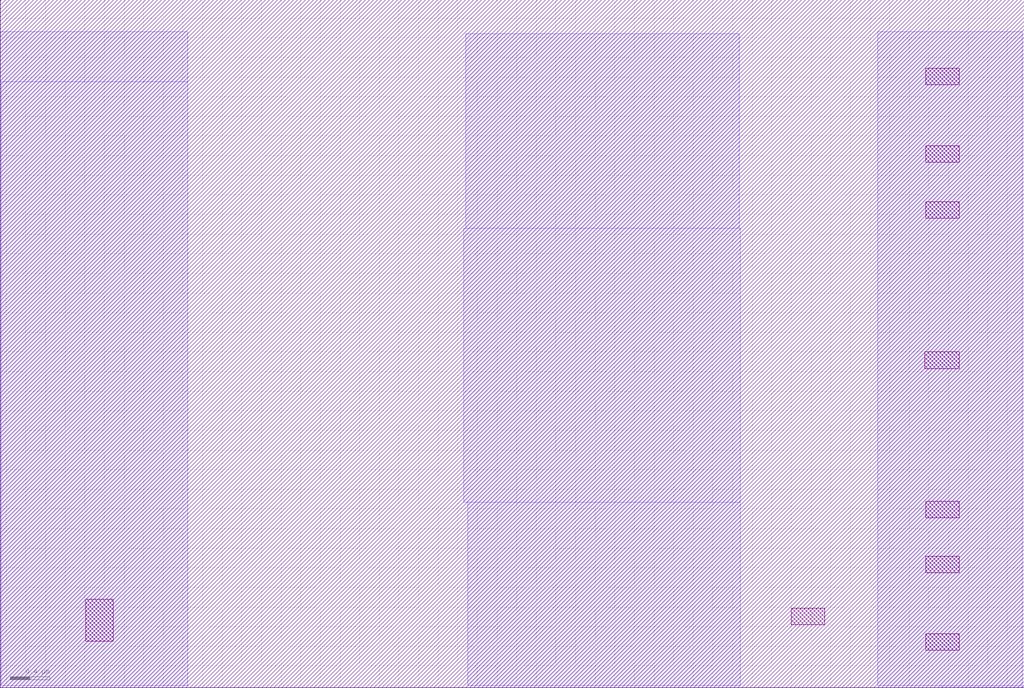
<source format=lef>
VERSION 5.7 ;
  NOWIREEXTENSIONATPIN ON ;
  DIVIDERCHAR "/" ;
  BUSBITCHARS "[]" ;
UNITS
  DATABASE MICRONS 200 ;
END UNITS

LAYER via2
  TYPE CUT ;
END via2

LAYER via
  TYPE CUT ;
END via

LAYER nwell
  TYPE MASTERSLICE ;
END nwell

LAYER via3
  TYPE CUT ;
END via3

LAYER pwell
  TYPE MASTERSLICE ;
END pwell

LAYER via4
  TYPE CUT ;
END via4

LAYER mcon
  TYPE CUT ;
END mcon

LAYER met6
  TYPE ROUTING ;
  WIDTH 0.030000 ;
  SPACING 0.040000 ;
  DIRECTION HORIZONTAL ;
END met6

LAYER met1
  TYPE ROUTING ;
  WIDTH 0.140000 ;
  SPACING 0.140000 ;
  DIRECTION HORIZONTAL ;
END met1

LAYER met3
  TYPE ROUTING ;
  WIDTH 0.300000 ;
  SPACING 0.300000 ;
  DIRECTION HORIZONTAL ;
END met3

LAYER met2
  TYPE ROUTING ;
  WIDTH 0.140000 ;
  SPACING 0.140000 ;
  DIRECTION HORIZONTAL ;
END met2

LAYER met4
  TYPE ROUTING ;
  WIDTH 0.300000 ;
  SPACING 0.300000 ;
  DIRECTION HORIZONTAL ;
END met4

LAYER met5
  TYPE ROUTING ;
  WIDTH 1.600000 ;
  SPACING 1.600000 ;
  DIRECTION HORIZONTAL ;
END met5

LAYER li1
  TYPE ROUTING ;
  WIDTH 0.170000 ;
  SPACING 0.170000 ;
  DIRECTION HORIZONTAL ;
END li1

MACRO sky130_hilas_tunvaractorcapcitor
  CLASS BLOCK ;
  FOREIGN sky130_hilas_tunvaractorcapcitor ;
  ORIGIN 14.660 4.420 ;
  SIZE 10.430 BY 7.010 ;
  OBS
      LAYER nwell ;
        RECT -14.660 1.750 -12.750 2.260 ;
        RECT -14.650 -4.400 -12.750 1.750 ;
        RECT -9.920 0.260 -7.130 2.240 ;
        RECT -9.940 -2.530 -7.120 0.260 ;
        RECT -9.900 -4.400 -7.120 -2.530 ;
        RECT -5.720 -4.400 -4.250 2.260 ;
        RECT -5.070 -4.420 -4.250 -4.400 ;
      LAYER li1 ;
        RECT -5.230 1.720 -4.890 1.890 ;
        RECT -5.230 0.930 -4.890 1.100 ;
        RECT -5.230 0.360 -4.890 0.530 ;
        RECT -5.240 -1.170 -4.890 -1.000 ;
        RECT -5.230 -2.690 -4.890 -2.520 ;
        RECT -5.230 -3.250 -4.890 -3.080 ;
        RECT -13.790 -3.950 -13.510 -3.520 ;
        RECT -6.600 -3.780 -6.260 -3.610 ;
        RECT -5.230 -4.040 -4.890 -3.870 ;
  END
END sky130_hilas_tunvaractorcapcitor
END LIBRARY


</source>
